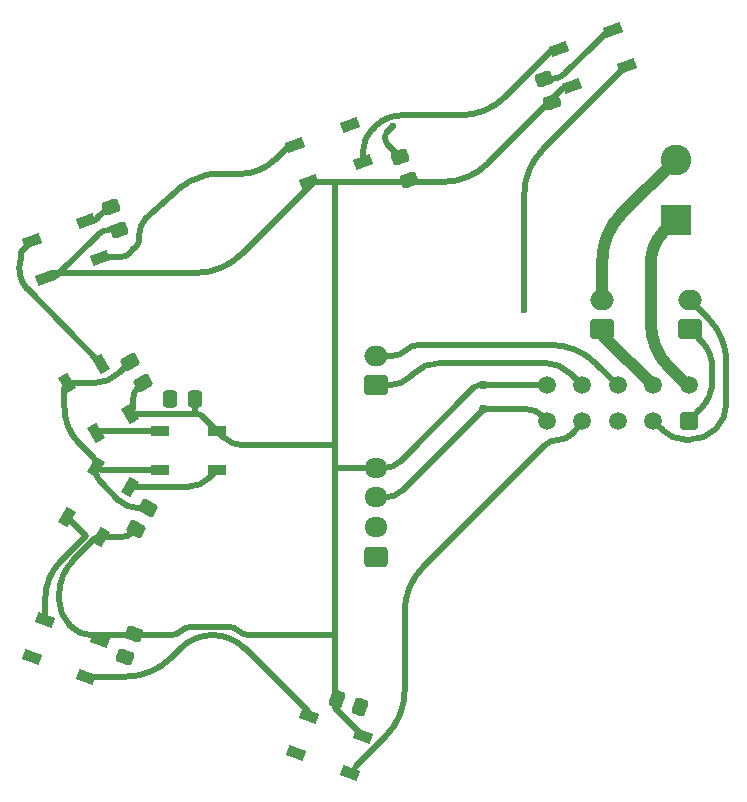
<source format=gbl>
G04 #@! TF.GenerationSoftware,KiCad,Pcbnew,7.0.1*
G04 #@! TF.CreationDate,2023-09-20T22:51:36-04:00*
G04 #@! TF.ProjectId,kirigami_pcb,6b697269-6761-46d6-995f-7063622e6b69,rev?*
G04 #@! TF.SameCoordinates,Original*
G04 #@! TF.FileFunction,Copper,L2,Bot*
G04 #@! TF.FilePolarity,Positive*
%FSLAX46Y46*%
G04 Gerber Fmt 4.6, Leading zero omitted, Abs format (unit mm)*
G04 Created by KiCad (PCBNEW 7.0.1) date 2023-09-20 22:51:36*
%MOMM*%
%LPD*%
G01*
G04 APERTURE LIST*
G04 Aperture macros list*
%AMRoundRect*
0 Rectangle with rounded corners*
0 $1 Rounding radius*
0 $2 $3 $4 $5 $6 $7 $8 $9 X,Y pos of 4 corners*
0 Add a 4 corners polygon primitive as box body*
4,1,4,$2,$3,$4,$5,$6,$7,$8,$9,$2,$3,0*
0 Add four circle primitives for the rounded corners*
1,1,$1+$1,$2,$3*
1,1,$1+$1,$4,$5*
1,1,$1+$1,$6,$7*
1,1,$1+$1,$8,$9*
0 Add four rect primitives between the rounded corners*
20,1,$1+$1,$2,$3,$4,$5,0*
20,1,$1+$1,$4,$5,$6,$7,0*
20,1,$1+$1,$6,$7,$8,$9,0*
20,1,$1+$1,$8,$9,$2,$3,0*%
%AMRotRect*
0 Rectangle, with rotation*
0 The origin of the aperture is its center*
0 $1 length*
0 $2 width*
0 $3 Rotation angle, in degrees counterclockwise*
0 Add horizontal line*
21,1,$1,$2,0,0,$3*%
G04 Aperture macros list end*
G04 #@! TA.AperFunction,ComponentPad*
%ADD10RoundRect,0.250000X0.750000X-0.600000X0.750000X0.600000X-0.750000X0.600000X-0.750000X-0.600000X0*%
G04 #@! TD*
G04 #@! TA.AperFunction,ComponentPad*
%ADD11O,2.000000X1.700000*%
G04 #@! TD*
G04 #@! TA.AperFunction,ComponentPad*
%ADD12RoundRect,0.250000X0.725000X-0.600000X0.725000X0.600000X-0.725000X0.600000X-0.725000X-0.600000X0*%
G04 #@! TD*
G04 #@! TA.AperFunction,ComponentPad*
%ADD13O,1.950000X1.700000*%
G04 #@! TD*
G04 #@! TA.AperFunction,ComponentPad*
%ADD14R,2.600000X2.600000*%
G04 #@! TD*
G04 #@! TA.AperFunction,ComponentPad*
%ADD15C,2.600000*%
G04 #@! TD*
G04 #@! TA.AperFunction,ComponentPad*
%ADD16RoundRect,0.250001X0.499999X0.499999X-0.499999X0.499999X-0.499999X-0.499999X0.499999X-0.499999X0*%
G04 #@! TD*
G04 #@! TA.AperFunction,ComponentPad*
%ADD17C,1.500000*%
G04 #@! TD*
G04 #@! TA.AperFunction,SMDPad,CuDef*
%ADD18RoundRect,0.250000X-0.242612X0.529784X-0.580112X-0.054784X0.242612X-0.529784X0.580112X0.054784X0*%
G04 #@! TD*
G04 #@! TA.AperFunction,SMDPad,CuDef*
%ADD19RotRect,1.500000X0.900000X200.000000*%
G04 #@! TD*
G04 #@! TA.AperFunction,SMDPad,CuDef*
%ADD20RoundRect,0.250000X0.330922X-0.479606X0.561786X0.154687X-0.330922X0.479606X-0.561786X-0.154687X0*%
G04 #@! TD*
G04 #@! TA.AperFunction,SMDPad,CuDef*
%ADD21RoundRect,0.250000X-0.561786X0.154687X-0.330922X-0.479606X0.561786X-0.154687X0.330922X0.479606X0*%
G04 #@! TD*
G04 #@! TA.AperFunction,SMDPad,CuDef*
%ADD22RotRect,1.500000X0.900000X240.000000*%
G04 #@! TD*
G04 #@! TA.AperFunction,SMDPad,CuDef*
%ADD23RoundRect,0.250000X0.479606X0.330922X-0.154687X0.561786X-0.479606X-0.330922X0.154687X-0.561786X0*%
G04 #@! TD*
G04 #@! TA.AperFunction,SMDPad,CuDef*
%ADD24R,1.500000X0.900000*%
G04 #@! TD*
G04 #@! TA.AperFunction,SMDPad,CuDef*
%ADD25RotRect,1.500000X0.900000X300.000000*%
G04 #@! TD*
G04 #@! TA.AperFunction,SMDPad,CuDef*
%ADD26RoundRect,0.250000X-0.580112X0.054784X-0.242612X-0.529784X0.580112X-0.054784X0.242612X0.529784X0*%
G04 #@! TD*
G04 #@! TA.AperFunction,SMDPad,CuDef*
%ADD27RotRect,1.500000X0.900000X340.000000*%
G04 #@! TD*
G04 #@! TA.AperFunction,SMDPad,CuDef*
%ADD28RoundRect,0.250000X-0.337500X-0.475000X0.337500X-0.475000X0.337500X0.475000X-0.337500X0.475000X0*%
G04 #@! TD*
G04 #@! TA.AperFunction,ViaPad*
%ADD29C,0.756400*%
G04 #@! TD*
G04 #@! TA.AperFunction,ViaPad*
%ADD30C,0.600000*%
G04 #@! TD*
G04 #@! TA.AperFunction,Conductor*
%ADD31C,0.500000*%
G04 #@! TD*
G04 #@! TA.AperFunction,Conductor*
%ADD32C,1.000000*%
G04 #@! TD*
G04 APERTURE END LIST*
D10*
X201500000Y-59000000D03*
D11*
X201500000Y-56500000D03*
D10*
X220700000Y-54250000D03*
D11*
X220700000Y-51750000D03*
D12*
X201500000Y-73500000D03*
D13*
X201500000Y-71000000D03*
X201500000Y-68500000D03*
X201500000Y-66000000D03*
D10*
X228075000Y-54250000D03*
D11*
X228075000Y-51750000D03*
D14*
X226900000Y-45000000D03*
D15*
X226900000Y-39920000D03*
D16*
X228000000Y-62000000D03*
D17*
X225000000Y-62000000D03*
X222000000Y-62000000D03*
X219000000Y-62000000D03*
X216000000Y-62000000D03*
X228000000Y-59000000D03*
X225000000Y-59000000D03*
X222000000Y-59000000D03*
X219000000Y-59000000D03*
X216000000Y-59000000D03*
D18*
X182208750Y-69391499D03*
X181171250Y-71188501D03*
D19*
X176994111Y-45123761D03*
X178122777Y-48224746D03*
X173518283Y-49900645D03*
X172389617Y-46799660D03*
D20*
X180305154Y-82044931D03*
X181014846Y-80095069D03*
D19*
X221634111Y-28883761D03*
X222762777Y-31984746D03*
X218158283Y-33660645D03*
X217029617Y-30559660D03*
D21*
X179070000Y-43942000D03*
X179779692Y-45891862D03*
D22*
X177842116Y-65931476D03*
X180700000Y-67581476D03*
X178250000Y-71825000D03*
X175392116Y-70175000D03*
D23*
X200144931Y-86254846D03*
X198195069Y-85545154D03*
D21*
X215710308Y-33070138D03*
X216420000Y-35020000D03*
D24*
X183200000Y-66152340D03*
X183200000Y-62852340D03*
X188100000Y-62852340D03*
X188100000Y-66152340D03*
D25*
X175392116Y-58825000D03*
X178250000Y-57175000D03*
X180700000Y-61418524D03*
X177842116Y-63068524D03*
D26*
X180722500Y-57002998D03*
X181760000Y-58800000D03*
D21*
X203580308Y-39700138D03*
X204290000Y-41650000D03*
D27*
X172397223Y-81994746D03*
X173525889Y-78893761D03*
X178130383Y-80569660D03*
X177001717Y-83670645D03*
D28*
X184115000Y-60130000D03*
X186190000Y-60130000D03*
D19*
X199314111Y-37003761D03*
X200442777Y-40104746D03*
X195838283Y-41780645D03*
X194709617Y-38679660D03*
D27*
X194713891Y-90114328D03*
X195842557Y-87013343D03*
X200447051Y-88689242D03*
X199318385Y-91790227D03*
D29*
X210570000Y-58965000D03*
D30*
X180305154Y-82044931D03*
X172397223Y-81994746D03*
X221634111Y-28883761D03*
D29*
X210570000Y-61040000D03*
D30*
X202980000Y-37010000D03*
X199314111Y-37003761D03*
X184115000Y-60130000D03*
X177842116Y-65931476D03*
X194713891Y-90114328D03*
X183240000Y-66160000D03*
X176994111Y-45123761D03*
X200144931Y-86254846D03*
X214075000Y-52650000D03*
D31*
X230001100Y-58594386D02*
X230001100Y-57538058D01*
X229001100Y-61008600D02*
X228001100Y-62008600D01*
X229038050Y-55213050D02*
X228075000Y-54250000D01*
X230001117Y-57538058D02*
G75*
G03*
X229038050Y-55213050I-3288117J-42D01*
G01*
X229001104Y-61008604D02*
G75*
G03*
X230001100Y-58594386I-2414204J2414204D01*
G01*
D32*
X226338178Y-57470422D02*
X227876356Y-59008600D01*
X225850000Y-46050000D02*
X226900000Y-45000000D01*
X224800000Y-48584924D02*
X224800000Y-53756931D01*
X225849993Y-46049993D02*
G75*
G03*
X224800000Y-48584924I2534907J-2534907D01*
G01*
X224799987Y-53756931D02*
G75*
G03*
X226338178Y-57470422I5251713J31D01*
G01*
X220862634Y-54872634D02*
X224998600Y-59008600D01*
X220700010Y-54480000D02*
G75*
G03*
X220862635Y-54872633I555290J0D01*
G01*
D31*
X205146619Y-55580000D02*
X216318536Y-55580000D01*
X220166292Y-57173792D02*
X222001100Y-59008600D01*
X202904780Y-56508600D02*
X201506100Y-56508600D01*
X205146619Y-55580009D02*
G75*
G03*
X204025701Y-56044301I-19J-1585191D01*
G01*
X202904780Y-56508591D02*
G75*
G03*
X204025699Y-56044299I20J1585191D01*
G01*
X220166284Y-57173800D02*
G75*
G03*
X216318536Y-55580000I-3847784J-3847800D01*
G01*
X204650099Y-58049899D02*
X204464020Y-58235979D01*
X218044656Y-58047644D02*
X219001100Y-59004088D01*
X215735595Y-57091200D02*
X206964606Y-57091200D01*
X202598750Y-59008600D02*
X201506100Y-59008600D01*
X206964606Y-57091202D02*
G75*
G03*
X204650099Y-58049899I-6J-3273198D01*
G01*
X202598750Y-59008631D02*
G75*
G03*
X204464019Y-58235978I-50J2637931D01*
G01*
X218044657Y-58047643D02*
G75*
G03*
X215735595Y-57091200I-2309057J-2309057D01*
G01*
X202248750Y-66003600D02*
X201501100Y-66003600D01*
X185951908Y-61418524D02*
X180876776Y-61418524D01*
X173917350Y-49900645D02*
X173518283Y-49900645D01*
X174700000Y-76712500D02*
X174700000Y-77162563D01*
X189069975Y-79450000D02*
X185869974Y-79450000D01*
X185951908Y-61418524D02*
X186428092Y-61418524D01*
X207190391Y-41780645D02*
X195838283Y-41780645D01*
X184180025Y-80150000D02*
X178412521Y-80150000D01*
X175804765Y-79504765D02*
X175575000Y-79275000D01*
X198050000Y-66043933D02*
X198050000Y-66256066D01*
X198050000Y-66043933D02*
X198050000Y-41866000D01*
X188100000Y-62852340D02*
X188698830Y-63451170D01*
X190144533Y-64050000D02*
X198025000Y-64050000D01*
X175893242Y-73831757D02*
X177776256Y-71948743D01*
X180950000Y-60182756D02*
X180950000Y-60991747D01*
X179043488Y-45804931D02*
X179674846Y-45804931D01*
X188100000Y-62852340D02*
X186834540Y-61586880D01*
X198306066Y-66000000D02*
X201500000Y-66000000D01*
X198050000Y-86292192D02*
X200447051Y-88689242D01*
X181355000Y-59205000D02*
X181760000Y-58800000D01*
X190759924Y-80150000D02*
X198050000Y-80150000D01*
X198050000Y-86292192D02*
X198050000Y-66256066D01*
X209845848Y-59154151D02*
X203525068Y-65474931D01*
X210570000Y-58965000D02*
X210302500Y-58965000D01*
X186296036Y-49480000D02*
X174236368Y-49480000D01*
X177362500Y-80150000D02*
X178137478Y-80150000D01*
X178275000Y-80287521D02*
X178275000Y-80425043D01*
X180853000Y-71506750D02*
X181171250Y-71188501D01*
X217354369Y-33870630D02*
X211038147Y-40186852D01*
X180084678Y-71825000D02*
X178425000Y-71825000D01*
X174598599Y-49618461D02*
X177965693Y-46251368D01*
X196084838Y-41945161D02*
X190143792Y-47886207D01*
X210644429Y-59008600D02*
X216001100Y-59008600D01*
X178137478Y-80150000D02*
X178412521Y-80150000D01*
X186190000Y-61180432D02*
X186190000Y-60130000D01*
X210570000Y-58965000D02*
X210591800Y-58986800D01*
X174700016Y-77162563D02*
G75*
G03*
X175575001Y-79274999I2987384J-37D01*
G01*
X202248750Y-66003630D02*
G75*
G03*
X203525067Y-65474930I-50J1805030D01*
G01*
X178275000Y-80287521D02*
G75*
G03*
X178137478Y-80150000I-137500J21D01*
G01*
X178412521Y-80150000D02*
G75*
G03*
X178275000Y-80287521I-21J-137500D01*
G01*
X185951908Y-61418500D02*
G75*
G03*
X186190000Y-61180432I-8J238100D01*
G01*
X186834538Y-61586882D02*
G75*
G03*
X186428092Y-61418524I-406438J-406418D01*
G01*
X186189976Y-61180432D02*
G75*
G03*
X186428092Y-61418524I238124J32D01*
G01*
X189914968Y-79799982D02*
G75*
G03*
X189069975Y-79450000I-844968J-845018D01*
G01*
X179043488Y-45804934D02*
G75*
G03*
X177965694Y-46251369I12J-1524266D01*
G01*
X175804759Y-79504771D02*
G75*
G03*
X177362500Y-80150000I1557741J1557771D01*
G01*
X210591791Y-58986809D02*
G75*
G03*
X210644429Y-59008600I52609J52609D01*
G01*
X181355013Y-59205013D02*
G75*
G03*
X180950000Y-60182756I977787J-977787D01*
G01*
X186296036Y-49480010D02*
G75*
G03*
X190143792Y-47886207I-36J5441610D01*
G01*
X185869974Y-79449990D02*
G75*
G03*
X185025000Y-79800000I26J-1195010D01*
G01*
X184180025Y-80150010D02*
G75*
G03*
X185025000Y-79800000I-25J1195010D01*
G01*
X189914932Y-79800018D02*
G75*
G03*
X190759924Y-80150000I844968J845018D01*
G01*
X198049918Y-66043933D02*
G75*
G03*
X198125000Y-66075000I43982J33D01*
G01*
X198306066Y-65999986D02*
G75*
G03*
X198125000Y-66075000I34J-256114D01*
G01*
X175893239Y-73831754D02*
G75*
G03*
X174700000Y-76712500I2880761J-2880746D01*
G01*
X173917350Y-49900675D02*
G75*
G03*
X174598599Y-49618461I-50J963475D01*
G01*
X210302500Y-58964999D02*
G75*
G03*
X209845848Y-59154151I0J-645801D01*
G01*
X174236368Y-49479982D02*
G75*
G03*
X173728605Y-49690322I32J-718118D01*
G01*
X217861319Y-33660664D02*
G75*
G03*
X217354369Y-33870630I-19J-716936D01*
G01*
X198125010Y-66075010D02*
G75*
G03*
X198050000Y-66256066I181090J-181090D01*
G01*
X180824981Y-61293505D02*
G75*
G03*
X180950000Y-60991747I-301781J301805D01*
G01*
X180084678Y-71824975D02*
G75*
G03*
X180853000Y-71506750I22J1086575D01*
G01*
X207190391Y-41780639D02*
G75*
G03*
X211038147Y-40186852I9J5441539D01*
G01*
X188698820Y-63451180D02*
G75*
G03*
X190144533Y-64050000I1445680J1445680D01*
G01*
X178075000Y-71825003D02*
G75*
G03*
X177776256Y-71948743I0J-422497D01*
G01*
X180325391Y-83670645D02*
X177001717Y-83670645D01*
X190397532Y-81272532D02*
X195737980Y-86612980D01*
X184173147Y-82076851D02*
X184977467Y-81272532D01*
X187687500Y-80150010D02*
G75*
G03*
X184977467Y-81272532I0J-3832590D01*
G01*
X180325391Y-83670638D02*
G75*
G03*
X184173146Y-82076850I9J5441538D01*
G01*
X190397539Y-81272525D02*
G75*
G03*
X187687500Y-80150000I-2710039J-2710075D01*
G01*
X195842588Y-86865450D02*
G75*
G03*
X195737979Y-86612981I-357088J-50D01*
G01*
X199684773Y-91577727D02*
X199684773Y-91790227D01*
X215815512Y-64084487D02*
X205543792Y-74356207D01*
X218093987Y-63140712D02*
X219001100Y-62233600D01*
X202356207Y-88693792D02*
X199835033Y-91214966D01*
X203950000Y-84846036D02*
X203950000Y-78203963D01*
X205543821Y-74356236D02*
G75*
G03*
X203950000Y-78203963I3847679J-3847764D01*
G01*
X216954750Y-63612628D02*
G75*
G03*
X215815513Y-64084488I-50J-1611072D01*
G01*
X199835019Y-91214952D02*
G75*
G03*
X199684773Y-91577727I362781J-362748D01*
G01*
X202356200Y-88693785D02*
G75*
G03*
X203950000Y-84846036I-3847800J3847785D01*
G01*
X216954750Y-63612642D02*
G75*
G03*
X218093987Y-63140712I-50J1611142D01*
G01*
X177612148Y-58825000D02*
X175563317Y-58825000D01*
X177842116Y-66364489D02*
X177842116Y-65931476D01*
X202457542Y-38577372D02*
X203580308Y-39700138D01*
X177944780Y-44875442D02*
X178965154Y-43855069D01*
X179809391Y-68764777D02*
X178148302Y-67103688D01*
X215516800Y-61524300D02*
X216001100Y-62008600D01*
X203701030Y-67928969D02*
X210562928Y-61067071D01*
X219980159Y-30177346D02*
X221273745Y-28883761D01*
X216395085Y-33070138D02*
X215710308Y-33070138D01*
X202980000Y-37010000D02*
X202457542Y-37532457D01*
X214347596Y-61040000D02*
X210570000Y-61040000D01*
X210570000Y-61050000D02*
X210570000Y-61040000D01*
X175150000Y-60871058D02*
X175150000Y-59238317D01*
X176425579Y-63950579D02*
X177642584Y-65167584D01*
X178219154Y-66152340D02*
X183192340Y-66152340D01*
X202313750Y-68503600D02*
X201501100Y-68503600D01*
X179811499Y-57913999D02*
X180722500Y-57002998D01*
X217564072Y-32585927D02*
X219967346Y-30182653D01*
X181322431Y-69391499D02*
X182208750Y-69391499D01*
X177345286Y-45123761D02*
X176994111Y-45123761D01*
X215516801Y-61524299D02*
G75*
G03*
X214347596Y-61040000I-1169201J-1169201D01*
G01*
X175150030Y-60871058D02*
G75*
G03*
X176425579Y-63950579I4355070J-42D01*
G01*
X177842124Y-66364489D02*
G75*
G03*
X178148303Y-67103687I1045376J-11D01*
G01*
X177842126Y-65649296D02*
G75*
G03*
X177642584Y-65167584I-681226J-4D01*
G01*
X177345286Y-45123736D02*
G75*
G03*
X177944780Y-44875442I14J847836D01*
G01*
X179809368Y-68764800D02*
G75*
G03*
X181322431Y-69391499I1513032J1513100D01*
G01*
X175271053Y-58946053D02*
G75*
G03*
X175150000Y-59238317I292247J-292247D01*
G01*
X210562920Y-61067063D02*
G75*
G03*
X210570000Y-61050000I-17020J17063D01*
G01*
X219973753Y-30180049D02*
G75*
G03*
X219967347Y-30182654I-53J-9051D01*
G01*
X202457528Y-37532443D02*
G75*
G03*
X202457542Y-38577372I522472J-522457D01*
G01*
X202313750Y-68503637D02*
G75*
G03*
X203701029Y-67928968I-50J1961937D01*
G01*
X177952570Y-66041886D02*
G75*
G03*
X178219154Y-66152340I266630J266586D01*
G01*
X219973753Y-30179954D02*
G75*
G03*
X219980159Y-30177345I47J9054D01*
G01*
X216395085Y-33070114D02*
G75*
G03*
X217564071Y-32585926I15J1653214D01*
G01*
X177612148Y-58825019D02*
G75*
G03*
X179811498Y-57913998I-48J3110419D01*
G01*
X225797300Y-62797300D02*
X225000000Y-62000000D01*
X229637500Y-53312500D02*
X228075000Y-51750000D01*
X231200000Y-60539049D02*
X231200000Y-57084708D01*
X228144449Y-63594600D02*
X227722152Y-63594600D01*
X225797314Y-62797286D02*
G75*
G03*
X227722152Y-63594600I1924886J1924886D01*
G01*
X230305035Y-62699635D02*
G75*
G03*
X231200000Y-60539049I-2160635J2160635D01*
G01*
X228144449Y-63594620D02*
G75*
G03*
X230305050Y-62699650I-49J3055620D01*
G01*
X231199996Y-57084708D02*
G75*
G03*
X229637500Y-53312500I-5334696J8D01*
G01*
D32*
X220700000Y-48373963D02*
X220700000Y-51750000D01*
X222293792Y-44526207D02*
X226900000Y-39920000D01*
X222293821Y-44526236D02*
G75*
G03*
X220700000Y-48373963I3847679J-3847764D01*
G01*
D31*
X173525889Y-77051461D02*
X173525889Y-78893761D01*
X174828591Y-73906457D02*
X176931556Y-71803493D01*
X176931556Y-71714440D02*
X175392116Y-70175000D01*
X176931579Y-71803516D02*
G75*
G03*
X176950000Y-71758967I-44579J44516D01*
G01*
X176950014Y-71758967D02*
G75*
G03*
X176931556Y-71714440I-63014J-33D01*
G01*
X174828610Y-73906476D02*
G75*
G03*
X173525889Y-77051461I3144990J-3145024D01*
G01*
X185660312Y-67581476D02*
X180700000Y-67581476D01*
X187385432Y-66866908D02*
X188100000Y-66152340D01*
X185660312Y-67581488D02*
G75*
G03*
X187385432Y-66866908I-12J2439688D01*
G01*
X178211165Y-62852340D02*
X183200000Y-62852340D01*
X178211165Y-62852319D02*
G75*
G03*
X177950208Y-62960432I35J-369081D01*
G01*
X171450000Y-48321510D02*
X171450000Y-47739277D01*
X171947728Y-50800000D02*
X178250000Y-57175000D01*
X171947728Y-50800000D02*
X171946692Y-50798800D01*
X171450000Y-48321510D02*
X171449521Y-48322974D01*
X171450000Y-47739277D02*
X172389617Y-46799660D01*
X171449527Y-48322976D02*
G75*
G03*
X171946692Y-50798800I2438673J-798124D01*
G01*
X185014658Y-42222258D02*
X185403719Y-41949829D01*
X186245501Y-41511615D02*
X186691815Y-41349166D01*
X187618332Y-41143754D02*
X188091483Y-41102355D01*
X188328963Y-41100000D02*
X190038561Y-41100000D01*
X185815044Y-41712346D02*
X186245501Y-41511615D01*
X187150589Y-41226234D02*
X187618332Y-41143754D01*
X192960169Y-39889829D02*
X193979676Y-38870323D01*
X188091483Y-41102355D02*
X188328963Y-41100000D01*
X179959000Y-48133000D02*
X178344271Y-48133000D01*
X181483000Y-46184420D02*
X181483000Y-46609000D01*
X181213592Y-47259407D02*
X180975000Y-47498000D01*
X181991000Y-44958000D02*
X185014658Y-42222258D01*
X185403719Y-41949829D02*
X185815044Y-41712346D01*
X186691815Y-41349166D02*
X187150589Y-41226234D01*
X180975000Y-47498000D02*
X180609408Y-47863592D01*
X181990994Y-44957994D02*
G75*
G03*
X181483000Y-46184420I1226406J-1226406D01*
G01*
X179959000Y-48133004D02*
G75*
G03*
X180609408Y-47863592I0J919804D01*
G01*
X178344271Y-48132968D02*
G75*
G03*
X178122777Y-48224746I29J-313232D01*
G01*
X190038561Y-41099964D02*
G75*
G03*
X192960168Y-39889828I39J4131764D01*
G01*
X194439978Y-38679637D02*
G75*
G03*
X193979676Y-38870323I22J-650963D01*
G01*
X181213589Y-47259404D02*
G75*
G03*
X181483000Y-46609000I-650389J650404D01*
G01*
X201411388Y-37108611D02*
X201159614Y-37360385D01*
X212503792Y-34546207D02*
X216299676Y-30750323D01*
X200442777Y-39090984D02*
X200442777Y-40104746D01*
X208656036Y-36140000D02*
X203749823Y-36140000D01*
X201159625Y-37360396D02*
G75*
G03*
X200442777Y-39090984I1730575J-1730604D01*
G01*
X203749823Y-36140003D02*
G75*
G03*
X201411388Y-37108611I-23J-3306997D01*
G01*
X208656036Y-36140010D02*
G75*
G03*
X212503792Y-34546207I-36J5441610D01*
G01*
X216759978Y-30559637D02*
G75*
G03*
X216299676Y-30750323I22J-650963D01*
G01*
X214075000Y-52650000D02*
X214075000Y-42878963D01*
X215668792Y-39031207D02*
X222715254Y-31984746D01*
X215668821Y-39031236D02*
G75*
G03*
X214075000Y-42878963I3847679J-3847764D01*
G01*
M02*

</source>
